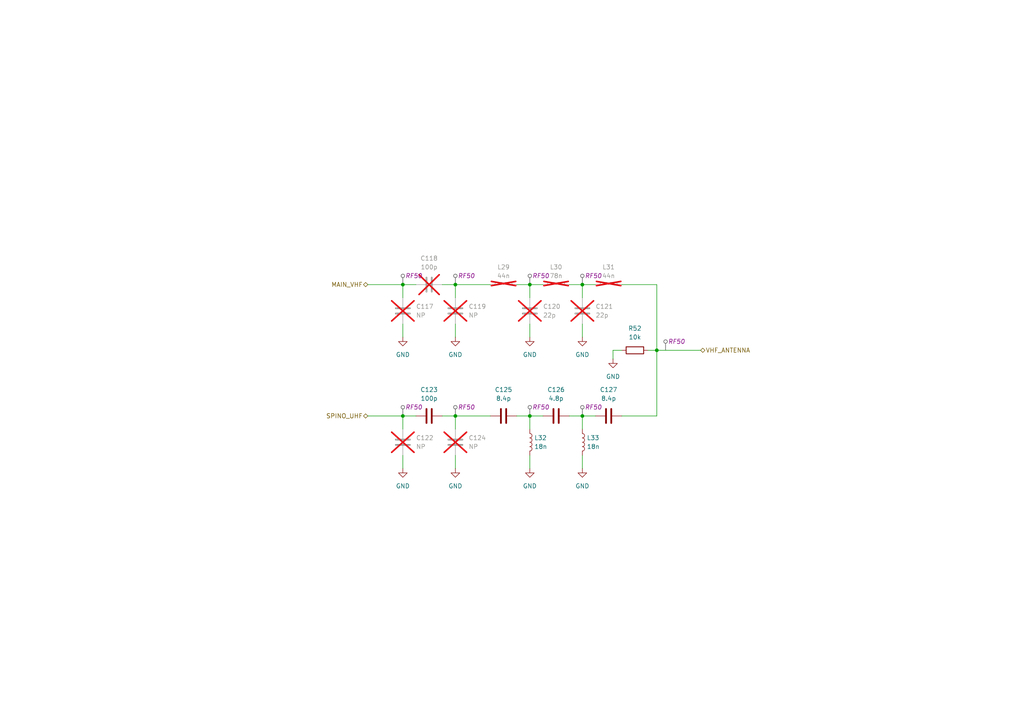
<source format=kicad_sch>
(kicad_sch (version 20250114) (generator "eeschema") (generator_version "9.0")
  (paper "A4")
  (title_block (title "Spino Com System - UHF Duplexer") (date "2025-03-24") (rev "v2.1") (company "AMSAT-F/Electrolab - Y.Avelino/A.Meckenstock "))
  (lib_symbols
    (symbol "Device:C" (pin_numbers (hide yes)) (pin_names (offset 0.254))
      (property "Reference" "C" (at 0.635 2.54 0))
      (property "Value" "C" (at 0.635 -2.54 0))
      (symbol "C_0_1"
        (polyline (pts (xy -2.032 0.762) (xy 2.032 0.762)) (stroke (width 0.508)))
        (polyline (pts (xy -2.032 -0.762) (xy 2.032 -0.762)) (stroke (width 0.508)))
      )
      (symbol "C_1_1"
        (pin passive line (at 0 3.81 270) (length 2.794) (name "~") (number "1"))
        (pin passive line (at 0 -3.81 90) (length 2.794) (name "~") (number "2"))
      )
    )
    (symbol "Device:L" (pin_numbers (hide yes)) (pin_names (offset 1.016) (hide yes))
      (property "Reference" "L" (at -1.27 0 90))
      (property "Value" "L" (at 1.905 0 90))
      (symbol "L_0_1"
        (arc (start 0 2.54) (mid 0.6323 1.905) (end 0 1.27))
        (arc (start 0 1.27) (mid 0.6323 0.635) (end 0 0))
        (arc (start 0 0) (mid 0.6323 -0.635) (end 0 -1.27))
        (arc (start 0 -1.27) (mid 0.6323 -1.905) (end 0 -2.54))
      )
      (symbol "L_1_1"
        (pin passive line (at 0 3.81 270) (length 1.27) (name "1") (number "1"))
        (pin passive line (at 0 -3.81 90) (length 1.27) (name "2") (number "2"))
      )
    )
    (symbol "Device:R" (pin_numbers (hide yes)) (pin_names (offset 0))
      (property "Reference" "R" (at 2.032 0 90))
      (property "Value" "R" (at 0 0 90))
      (symbol "R_0_1"
        (rectangle (start -1.016 -2.54) (end 1.016 2.54) (stroke (width 0.254)))
      )
      (symbol "R_1_1"
        (pin passive line (at 0 3.81 270) (length 1.27) (name "~") (number "1"))
        (pin passive line (at 0 -3.81 90) (length 1.27) (name "~") (number "2"))
      )
    )
    (symbol "power:GND" (power) (pin_numbers (hide yes)) (pin_names (offset 0) (hide yes))
      (property "Value" "GND" (at 0 -3.81 0))
      (symbol "GND_0_1"
        (polyline (pts (xy 0 0) (xy 0 -1.27) (xy 1.27 -1.27) (xy 0 -2.54) (xy -1.27 -1.27) (xy 0 -1.27)))
      )
      (symbol "GND_1_1"
        (pin power_in line (at 0 0 270) (length 0) (name "~") (number "1"))
      )
    )
  )
  (junction (at 190.5 101.6))
  (junction (at 116.84 120.65))
  (junction (at 132.08 120.65))
  (junction (at 116.84 82.55))
  (junction (at 153.67 82.55))
  (junction (at 153.67 120.65))
  (junction (at 132.08 82.55))
  (junction (at 168.91 82.55))
  (junction (at 168.91 120.65))
  (wire (pts (xy 116.84 82.55) (xy 116.84 86.36)))
  (wire (pts (xy 116.84 120.65) (xy 120.65 120.65)))
  (wire (pts (xy 116.84 124.46) (xy 116.84 120.65)))
  (wire (pts (xy 168.91 124.46) (xy 168.91 120.65)))
  (wire (pts (xy 132.08 120.65) (xy 142.24 120.65)))
  (wire (pts (xy 128.27 120.65) (xy 132.08 120.65)))
  (wire (pts (xy 180.34 82.55) (xy 190.5 82.55)))
  (wire (pts (xy 168.91 82.55) (xy 172.72 82.55)))
  (wire (pts (xy 132.08 132.08) (xy 132.08 135.89)))
  (wire (pts (xy 132.08 82.55) (xy 142.24 82.55)))
  (wire (pts (xy 190.5 101.6) (xy 190.5 120.65)))
  (wire (pts (xy 168.91 120.65) (xy 172.72 120.65)))
  (wire (pts (xy 190.5 101.6) (xy 203.2 101.6)))
  (wire (pts (xy 187.96 101.6) (xy 190.5 101.6)))
  (wire (pts (xy 153.67 82.55) (xy 153.67 86.36)))
  (wire (pts (xy 116.84 132.08) (xy 116.84 135.89)))
  (wire (pts (xy 168.91 120.65) (xy 165.1 120.65)))
  (wire (pts (xy 153.67 132.08) (xy 153.67 135.89)))
  (wire (pts (xy 168.91 93.98) (xy 168.91 97.79)))
  (wire (pts (xy 116.84 82.55) (xy 120.65 82.55)))
  (wire (pts (xy 177.8 104.14) (xy 177.8 101.6)))
  (wire (pts (xy 132.08 82.55) (xy 132.08 86.36)))
  (wire (pts (xy 153.67 120.65) (xy 157.48 120.65)))
  (wire (pts (xy 168.91 82.55) (xy 165.1 82.55)))
  (wire (pts (xy 149.86 120.65) (xy 153.67 120.65)))
  (wire (pts (xy 177.8 101.6) (xy 180.34 101.6)))
  (wire (pts (xy 106.68 120.65) (xy 116.84 120.65)))
  (wire (pts (xy 153.67 93.98) (xy 153.67 97.79)))
  (wire (pts (xy 106.68 82.55) (xy 116.84 82.55)))
  (wire (pts (xy 132.08 93.98) (xy 132.08 97.79)))
  (wire (pts (xy 149.86 82.55) (xy 153.67 82.55)))
  (wire (pts (xy 132.08 120.65) (xy 132.08 124.46)))
  (wire (pts (xy 128.27 82.55) (xy 132.08 82.55)))
  (wire (pts (xy 153.67 82.55) (xy 157.48 82.55)))
  (wire (pts (xy 153.67 120.65) (xy 153.67 124.46)))
  (wire (pts (xy 190.5 120.65) (xy 180.34 120.65)))
  (wire (pts (xy 168.91 132.08) (xy 168.91 135.89)))
  (wire (pts (xy 190.5 82.55) (xy 190.5 101.6)))
  (wire (pts (xy 116.84 93.98) (xy 116.84 97.79)))
  (wire (pts (xy 168.91 86.36) (xy 168.91 82.55)))
  (hierarchical_label "VHF_ANTENNA" (shape bidirectional) (at 203.2 101.6 0))
  (hierarchical_label "SPINO_UHF" (shape bidirectional) (at 106.68 120.65 180))
  (hierarchical_label "MAIN_VHF" (shape bidirectional) (at 106.68 82.55 180))
  (netclass_flag "" (length 2.54) (shape round) (at 153.67 120.65 0) (property "Netclass" "RF50" (at 154.3685 118.11 0) (effects (font (italic yes)) (justify left))))
  (netclass_flag "" (length 2.54) (shape round) (at 116.84 120.65 0) (property "Netclass" "RF50" (at 117.5385 118.11 0) (effects (font (italic yes)) (justify left))))
  (netclass_flag "" (length 2.54) (shape round) (at 153.67 82.55 0) (property "Netclass" "RF50" (at 154.3685 80.01 0) (effects (font (italic yes)) (justify left))))
  (netclass_flag "" (length 2.54) (shape round) (at 132.08 82.55 0) (property "Netclass" "RF50" (at 132.7785 80.01 0) (effects (font (italic yes)) (justify left))))
  (netclass_flag "" (length 2.54) (shape round) (at 168.91 82.55 0) (property "Netclass" "RF50" (at 169.6085 80.01 0) (effects (font (italic yes)) (justify left))))
  (netclass_flag "" (length 2.54) (shape round) (at 168.91 120.65 0) (property "Netclass" "RF50" (at 169.6085 118.11 0) (effects (font (italic yes)) (justify left))))
  (netclass_flag "" (length 2.54) (shape round) (at 116.84 82.55 0) (property "Netclass" "RF50" (at 117.5385 80.01 0) (effects (font (italic yes)) (justify left))))
  (netclass_flag "" (length 2.54) (shape round) (at 132.08 120.65 0) (property "Netclass" "RF50" (at 132.7785 118.11 0) (effects (font (italic yes)) (justify left))))
  (netclass_flag "" (length 2.54) (shape round) (at 193.04 101.6 0) (property "Netclass" "RF50" (at 193.7385 99.06 0) (effects (font (italic yes)) (justify left))))
  (symbol (lib_id "power:GND") (at 153.67 135.89 0) (unit 1)
    (property "Reference" "#PWR071" (effects (hide yes)))
    (property "Value" "GND" (at 153.67 140.97 0))
    (property "Description" "Power symbol creates a global label with name \"GND\" , ground" (effects (hide yes)))
  )
  (symbol (lib_id "Device:C") (at 176.53 120.65 90) (unit 1)
    (property "Reference" "C127" (at 176.53 113.03 90))
    (property "Value" "8.4p" (at 176.53 115.57 90))
    (property "Footprint" "Capacitor_SMD:C_0402_1005Metric" (effects (hide yes)))
    (property "Description" "Unpolarized capacitor" (effects (hide yes)))
    (property "SKU" "GCQ1555C1H8R4BB01D" (effects (hide yes)))
    (property "Vendor" "Murata" (effects (hide yes)))
    (property "Temp Coeff" "C0G" (effects (hide yes)))
    (property "Tolerance" "0.1p" (effects (hide yes)))
  )
  (symbol (lib_id "Device:L") (at 176.53 82.55 90) (unit 1) (dnp yes)
    (property "Reference" "L31" (at 176.53 77.47 90))
    (property "Value" "44n" (at 176.53 80.01 90))
    (property "Footprint" "Inductor_SMD:L_0603_1608Metric" (effects (hide yes)))
    (property "Description" "Inductor" (effects (hide yes)))
    (property "SKU" "0603DC-44NXGRW" (effects (hide yes)))
    (property "Vendor" "Coilcraft" (effects (hide yes)))
    (property "Tolerance" "2%" (effects (hide yes)))
  )
  (symbol (lib_id "power:GND") (at 153.67 97.79 0) (unit 1)
    (property "Reference" "#PWR067" (effects (hide yes)))
    (property "Value" "GND" (at 153.67 102.87 0))
    (property "Description" "Power symbol creates a global label with name \"GND\" , ground" (effects (hide yes)))
  )
  (symbol (lib_id "Device:L") (at 153.67 128.27 0) (unit 1)
    (property "Reference" "L32" (at 154.94 127 0) (effects (justify left)))
    (property "Value" "18n" (at 154.94 129.54 0) (effects (justify left)))
    (property "Footprint" "Inductor_SMD:L_0603_1608Metric" (effects (hide yes)))
    (property "Description" "Inductor" (effects (hide yes)))
    (property "SKU" "0603DC-18NXGRW" (effects (hide yes)))
    (property "Vendor" "Coilcraft" (effects (hide yes)))
    (property "Tolerance" "2%" (effects (hide yes)))
  )
  (symbol (lib_id "Device:L") (at 146.05 82.55 90) (unit 1) (dnp yes)
    (property "Reference" "L29" (at 146.05 77.47 90))
    (property "Value" "44n" (at 146.05 80.01 90))
    (property "Footprint" "Inductor_SMD:L_0603_1608Metric" (effects (hide yes)))
    (property "Description" "Inductor" (effects (hide yes)))
    (property "SKU" "0603DC-44NXGRW" (effects (hide yes)))
    (property "Vendor" "Coilcraft" (effects (hide yes)))
    (property "Tolerance" "2%" (effects (hide yes)))
  )
  (symbol (lib_id "Device:R") (at 184.15 101.6 270) (unit 1)
    (property "Reference" "R52" (at 184.15 95.25 90))
    (property "Value" "10k" (at 184.15 97.79 90))
    (property "Footprint" "Resistor_SMD:R_0603_1608Metric" (effects (hide yes)))
    (property "Description" "Resistor" (effects (hide yes)))
    (property "Tolerance" "1%" (effects (hide yes)))
    (property "SKU" "CRCW060310K0FKEA" (effects (hide yes)))
    (property "Vendor" "Vishay" (effects (hide yes)))
  )
  (symbol (lib_id "Device:C") (at 161.29 120.65 90) (unit 1)
    (property "Reference" "C126" (at 161.29 113.03 90))
    (property "Value" "4.8p" (at 161.29 115.57 90))
    (property "Footprint" "Capacitor_SMD:C_0402_1005Metric" (effects (hide yes)))
    (property "Description" "Unpolarized capacitor" (effects (hide yes)))
    (property "Temp Coeff" "C0G" (effects (hide yes)))
    (property "Tolerance" "0.1p" (effects (hide yes)))
    (property "SKU" "GCQ1555C1H4R2BB01D" (effects (hide yes)))
    (property "Vendor" "Murata" (effects (hide yes)))
  )
  (symbol (lib_id "Device:C") (at 132.08 90.17 0) (unit 1) (dnp yes)
    (property "Reference" "C119" (at 135.89 88.8999 0) (effects (justify left)))
    (property "Value" "NP" (at 135.89 91.4399 0) (effects (justify left)))
    (property "Footprint" "Capacitor_SMD:C_0603_1608Metric" (effects (hide yes)))
    (property "Description" "Unpolarized capacitor" (effects (hide yes)))
  )
  (symbol (lib_id "Device:C") (at 124.46 82.55 90) (unit 1) (dnp yes)
    (property "Reference" "C118" (at 124.46 74.93 90))
    (property "Value" "100p" (at 124.46 77.47 90))
    (property "Footprint" "Capacitor_SMD:C_0402_1005Metric" (effects (hide yes)))
    (property "Description" "Unpolarized capacitor" (effects (hide yes)))
    (property "Temp Coeff" "C0G" (effects (hide yes)))
    (property "Tolerance" "1%" (effects (hide yes)))
    (property "SKU" "GCM1555C1H101FA16D" (effects (hide yes)))
    (property "Vendor" "Murata" (effects (hide yes)))
  )
  (symbol (lib_id "power:GND") (at 168.91 97.79 0) (unit 1)
    (property "Reference" "#PWR068" (effects (hide yes)))
    (property "Value" "GND" (at 168.91 102.87 0))
    (property "Description" "Power symbol creates a global label with name \"GND\" , ground" (effects (hide yes)))
  )
  (symbol (lib_id "power:GND") (at 116.84 135.89 0) (unit 1)
    (property "Reference" "#PWR069" (effects (hide yes)))
    (property "Value" "GND" (at 116.84 140.97 0))
    (property "Description" "Power symbol creates a global label with name \"GND\" , ground" (effects (hide yes)))
  )
  (symbol (lib_id "Device:C") (at 153.67 90.17 0) (unit 1) (dnp yes)
    (property "Reference" "C120" (at 157.48 88.8999 0) (effects (justify left)))
    (property "Value" "22p" (at 157.48 91.4399 0) (effects (justify left)))
    (property "Footprint" "Capacitor_SMD:C_0603_1608Metric" (effects (hide yes)))
    (property "Description" "Unpolarized capacitor" (effects (hide yes)))
    (property "Temp Coeff" "C0G" (effects (hide yes)))
    (property "Tolerance" "1%" (effects (hide yes)))
    (property "SKU" "GCM1885C2A220FA16D" (effects (hide yes)))
    (property "Vendor" "Murata" (effects (hide yes)))
  )
  (symbol (lib_id "power:GND") (at 177.8 104.14 0) (unit 1)
    (property "Reference" "#PWR073" (effects (hide yes)))
    (property "Value" "GND" (at 177.8 109.22 0))
    (property "Description" "Power symbol creates a global label with name \"GND\" , ground" (effects (hide yes)))
  )
  (symbol (lib_id "Device:L") (at 168.91 128.27 0) (unit 1)
    (property "Reference" "L33" (at 170.18 127 0) (effects (justify left)))
    (property "Value" "18n" (at 170.18 129.54 0) (effects (justify left)))
    (property "Footprint" "Inductor_SMD:L_0603_1608Metric" (effects (hide yes)))
    (property "Description" "Inductor" (effects (hide yes)))
    (property "SKU" "0603DC-18NXGRW" (effects (hide yes)))
    (property "Vendor" "Coilcraft" (effects (hide yes)))
    (property "Tolerance" "2%" (effects (hide yes)))
  )
  (symbol (lib_id "power:GND") (at 116.84 97.79 0) (unit 1)
    (property "Reference" "#PWR065" (effects (hide yes)))
    (property "Value" "GND" (at 116.84 102.87 0))
    (property "Description" "Power symbol creates a global label with name \"GND\" , ground" (effects (hide yes)))
  )
  (symbol (lib_id "Device:C") (at 168.91 90.17 0) (unit 1) (dnp yes)
    (property "Reference" "C121" (at 172.72 88.8999 0) (effects (justify left)))
    (property "Value" "22p" (at 172.72 91.4399 0) (effects (justify left)))
    (property "Footprint" "Capacitor_SMD:C_0603_1608Metric" (effects (hide yes)))
    (property "Description" "Unpolarized capacitor" (effects (hide yes)))
    (property "Temp Coeff" "C0G" (effects (hide yes)))
    (property "Tolerance" "1%" (effects (hide yes)))
    (property "SKU" "GCM1885C2A220FA16D" (effects (hide yes)))
    (property "Vendor" "Murata" (effects (hide yes)))
  )
  (symbol (lib_id "power:GND") (at 168.91 135.89 0) (unit 1)
    (property "Reference" "#PWR072" (effects (hide yes)))
    (property "Value" "GND" (at 168.91 140.97 0))
    (property "Description" "Power symbol creates a global label with name \"GND\" , ground" (effects (hide yes)))
  )
  (symbol (lib_id "Device:C") (at 132.08 128.27 0) (unit 1) (dnp yes)
    (property "Reference" "C124" (at 135.89 126.9999 0) (effects (justify left)))
    (property "Value" "NP" (at 135.89 129.5399 0) (effects (justify left)))
    (property "Footprint" "Capacitor_SMD:C_0603_1608Metric" (effects (hide yes)))
    (property "Description" "Unpolarized capacitor" (effects (hide yes)))
  )
  (symbol (lib_id "Device:C") (at 124.46 120.65 90) (unit 1)
    (property "Reference" "C123" (at 124.46 113.03 90))
    (property "Value" "100p" (at 124.46 115.57 90))
    (property "Footprint" "Capacitor_SMD:C_0402_1005Metric" (effects (hide yes)))
    (property "Description" "Unpolarized capacitor" (effects (hide yes)))
    (property "Temp Coeff" "C0G" (effects (hide yes)))
    (property "Tolerance" "1%" (effects (hide yes)))
    (property "SKU" "GCM1555C1H101FA16D" (effects (hide yes)))
    (property "Vendor" "Murata" (effects (hide yes)))
  )
  (symbol (lib_id "power:GND") (at 132.08 97.79 0) (unit 1)
    (property "Reference" "#PWR066" (effects (hide yes)))
    (property "Value" "GND" (at 132.08 102.87 0))
    (property "Description" "Power symbol creates a global label with name \"GND\" , ground" (effects (hide yes)))
  )
  (symbol (lib_id "Device:C") (at 116.84 128.27 0) (unit 1) (dnp yes)
    (property "Reference" "C122" (at 120.65 126.9999 0) (effects (justify left)))
    (property "Value" "NP" (at 120.65 129.5399 0) (effects (justify left)))
    (property "Footprint" "Capacitor_SMD:C_0603_1608Metric" (effects (hide yes)))
    (property "Description" "Unpolarized capacitor" (effects (hide yes)))
  )
  (symbol (lib_id "Device:C") (at 116.84 90.17 0) (unit 1) (dnp yes)
    (property "Reference" "C117" (at 120.65 88.8999 0) (effects (justify left)))
    (property "Value" "NP" (at 120.65 91.4399 0) (effects (justify left)))
    (property "Footprint" "Capacitor_SMD:C_0603_1608Metric" (effects (hide yes)))
    (property "Description" "Unpolarized capacitor" (effects (hide yes)))
  )
  (symbol (lib_id "power:GND") (at 132.08 135.89 0) (unit 1)
    (property "Reference" "#PWR070" (effects (hide yes)))
    (property "Value" "GND" (at 132.08 140.97 0))
    (property "Description" "Power symbol creates a global label with name \"GND\" , ground" (effects (hide yes)))
  )
  (symbol (lib_id "Device:C") (at 146.05 120.65 90) (unit 1)
    (property "Reference" "C125" (at 146.05 113.03 90))
    (property "Value" "8.4p" (at 146.05 115.57 90))
    (property "Footprint" "Capacitor_SMD:C_0402_1005Metric" (effects (hide yes)))
    (property "Description" "Unpolarized capacitor" (effects (hide yes)))
    (property "SKU" "GCQ1555C1H8R4BB01D" (effects (hide yes)))
    (property "Vendor" "Murata" (effects (hide yes)))
    (property "Temp Coeff" "C0G" (effects (hide yes)))
    (property "Tolerance" "0.1p" (effects (hide yes)))
  )
  (symbol (lib_id "Device:L") (at 161.29 82.55 90) (unit 1) (dnp yes)
    (property "Reference" "L30" (at 161.29 77.47 90))
    (property "Value" "78n" (at 161.29 80.01 90))
    (property "Footprint" "Inductor_SMD:L_0603_1608Metric" (effects (hide yes)))
    (property "Description" "Inductor" (effects (hide yes)))
    (property "SKU" "0603DC-78NXGRW" (effects (hide yes)))
    (property "Vendor" "Coilcraft" (effects (hide yes)))
    (property "Tolerance" "2%" (effects (hide yes)))
  )
)
</source>
